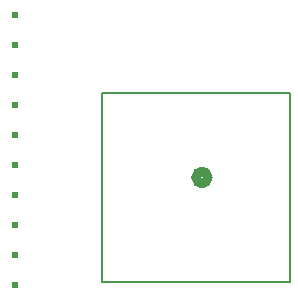
<source format=gbr>
G04 DipTrace 2.4.0.2*
%INTopAssy.gbr*%
%MOMM*%
%ADD14C,0.127*%
%ADD15C,0.813*%
%FSLAX53Y53*%
G04*
G71*
G90*
G75*
G01*
%LNTopAssy*%
%LPD*%
X9333Y19265D2*
D14*
X25333D1*
Y3265D1*
X9333D1*
Y19265D1*
X17333Y12116D2*
D15*
G02X17333Y12116I500J0D01*
G01*
G36*
X2254Y17988D2*
X1746D1*
Y18496D1*
X2254D1*
Y17988D1*
G37*
G36*
Y15448D2*
X1746D1*
Y15956D1*
X2254D1*
Y15448D1*
G37*
G36*
Y12908D2*
X1746D1*
Y13416D1*
X2254D1*
Y12908D1*
G37*
G36*
Y10368D2*
X1746D1*
Y10876D1*
X2254D1*
Y10368D1*
G37*
G36*
Y7828D2*
X1746D1*
Y8336D1*
X2254D1*
Y7828D1*
G37*
G36*
Y5288D2*
X1746D1*
Y5796D1*
X2254D1*
Y5288D1*
G37*
G36*
Y2748D2*
X1746D1*
Y3256D1*
X2254D1*
Y2748D1*
G37*
G36*
Y20528D2*
X1746D1*
Y21036D1*
X2254D1*
Y20528D1*
G37*
G36*
Y23068D2*
X1746D1*
Y23576D1*
X2254D1*
Y23068D1*
G37*
G36*
Y25608D2*
X1746D1*
Y26116D1*
X2254D1*
Y25608D1*
G37*
M02*

</source>
